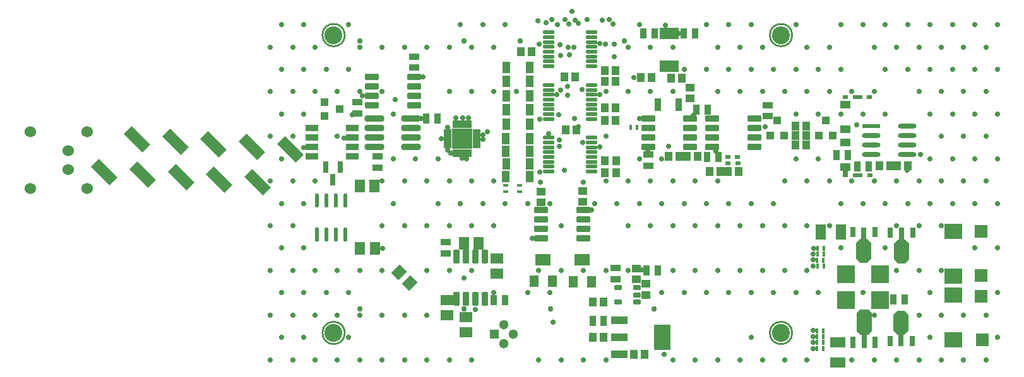
<source format=gbr>
%TF.GenerationSoftware,Altium Limited,Altium Designer,22.2.1 (43)*%
G04 Layer_Color=8388736*
%FSLAX45Y45*%
%MOMM*%
%TF.SameCoordinates,3546A09D-0AB3-465C-A5BE-671B47EBA127*%
%TF.FilePolarity,Negative*%
%TF.FileFunction,Soldermask,Top*%
%TF.Part,Single*%
G01*
G75*
%TA.AperFunction,NonConductor*%
%ADD11C,0.25400*%
%TA.AperFunction,SMDPad,CuDef*%
%ADD12R,2.33000X1.99000*%
%ADD16R,0.35000X0.65000*%
%ADD17R,2.13000X1.42000*%
%ADD25R,0.95000X1.35000*%
%ADD28R,1.35000X0.95000*%
%ADD31R,1.30000X1.60000*%
%ADD32R,2.00000X1.60000*%
G04:AMPARAMS|DCode=34|XSize=1.87407mm|YSize=0.54213mm|CornerRadius=0.27107mm|HoleSize=0mm|Usage=FLASHONLY|Rotation=90.000|XOffset=0mm|YOffset=0mm|HoleType=Round|Shape=RoundedRectangle|*
%AMROUNDEDRECTD34*
21,1,1.87407,0.00000,0,0,90.0*
21,1,1.33193,0.54213,0,0,90.0*
1,1,0.54213,0.00000,0.66597*
1,1,0.54213,0.00000,-0.66597*
1,1,0.54213,0.00000,-0.66597*
1,1,0.54213,0.00000,0.66597*
%
%ADD34ROUNDEDRECTD34*%
%ADD35R,0.54213X1.87407*%
G04:AMPARAMS|DCode=36|XSize=1.45mm|YSize=3.5mm|CornerRadius=0mm|HoleSize=0mm|Usage=FLASHONLY|Rotation=45.000|XOffset=0mm|YOffset=0mm|HoleType=Round|Shape=Rectangle|*
%AMROTATEDRECTD36*
4,1,4,0.72479,-1.75009,-1.75009,0.72479,-0.72479,1.75009,1.75009,-0.72479,0.72479,-1.75009,0.0*
%
%ADD36ROTATEDRECTD36*%

%ADD38R,1.42000X2.13000*%
%ADD39R,0.65000X0.35000*%
%ADD44R,2.46916X0.62213*%
G04:AMPARAMS|DCode=45|XSize=2.46916mm|YSize=0.62213mm|CornerRadius=0.31107mm|HoleSize=0mm|Usage=FLASHONLY|Rotation=0.000|XOffset=0mm|YOffset=0mm|HoleType=Round|Shape=RoundedRectangle|*
%AMROUNDEDRECTD45*
21,1,2.46916,0.00000,0,0,0.0*
21,1,1.84702,0.62213,0,0,0.0*
1,1,0.62213,0.92351,0.00000*
1,1,0.62213,-0.92351,0.00000*
1,1,0.62213,-0.92351,0.00000*
1,1,0.62213,0.92351,0.00000*
%
%ADD45ROUNDEDRECTD45*%
G04:AMPARAMS|DCode=47|XSize=1.5mm|YSize=0.45mm|CornerRadius=0.0495mm|HoleSize=0mm|Usage=FLASHONLY|Rotation=180.000|XOffset=0mm|YOffset=0mm|HoleType=Round|Shape=RoundedRectangle|*
%AMROUNDEDRECTD47*
21,1,1.50000,0.35100,0,0,180.0*
21,1,1.40100,0.45000,0,0,180.0*
1,1,0.09900,-0.70050,0.17550*
1,1,0.09900,0.70050,0.17550*
1,1,0.09900,0.70050,-0.17550*
1,1,0.09900,-0.70050,-0.17550*
%
%ADD47ROUNDEDRECTD47*%
%ADD48R,1.00000X1.50000*%
%ADD56R,0.95000X1.70000*%
%TA.AperFunction,ComponentPad*%
%ADD64R,1.30000X1.30000*%
%ADD65C,1.30000*%
%TA.AperFunction,SMDPad,CuDef*%
%ADD76R,1.40320X1.65320*%
%TA.AperFunction,ComponentPad*%
%ADD77R,1.70320X1.70320*%
%ADD78C,0.75311*%
%ADD79C,2.40309*%
%ADD80C,1.52400*%
%TA.AperFunction,ViaPad*%
%ADD81C,0.70320*%
%TA.AperFunction,SMDPad,CuDef*%
%ADD87R,0.70320X1.40320*%
%ADD88R,0.70320X1.80320*%
G04:AMPARAMS|DCode=89|XSize=2.0032mm|YSize=3.2032mm|CornerRadius=0mm|HoleSize=0mm|Usage=FLASHONLY|Rotation=180.000|XOffset=0mm|YOffset=0mm|HoleType=Round|Shape=Octagon|*
%AMOCTAGOND89*
4,1,8,0.50080,-1.60160,-0.50080,-1.60160,-1.00160,-1.10080,-1.00160,1.10080,-0.50080,1.60160,0.50080,1.60160,1.00160,1.10080,1.00160,-1.10080,0.50080,-1.60160,0.0*
%
%ADD89OCTAGOND89*%

%ADD90R,0.80320X1.60320*%
%ADD91R,0.80320X2.00320*%
G04:AMPARAMS|DCode=92|XSize=2.1032mm|YSize=3.4032mm|CornerRadius=0mm|HoleSize=0mm|Usage=FLASHONLY|Rotation=180.000|XOffset=0mm|YOffset=0mm|HoleType=Round|Shape=Octagon|*
%AMOCTAGOND92*
4,1,8,0.52580,-1.70160,-0.52580,-1.70160,-1.05160,-1.17580,-1.05160,1.17580,-0.52580,1.70160,0.52580,1.70160,1.05160,1.17580,1.05160,-1.17580,0.52580,-1.70160,0.0*
%
%ADD92OCTAGOND92*%

%ADD93R,2.40320X2.35320*%
G04:AMPARAMS|DCode=94|XSize=0.7532mm|YSize=1.0032mm|CornerRadius=0.1511mm|HoleSize=0mm|Usage=FLASHONLY|Rotation=270.000|XOffset=0mm|YOffset=0mm|HoleType=Round|Shape=RoundedRectangle|*
%AMROUNDEDRECTD94*
21,1,0.75320,0.70100,0,0,270.0*
21,1,0.45100,1.00320,0,0,270.0*
1,1,0.30220,-0.35050,-0.22550*
1,1,0.30220,-0.35050,0.22550*
1,1,0.30220,0.35050,0.22550*
1,1,0.30220,0.35050,-0.22550*
%
%ADD94ROUNDEDRECTD94*%
%ADD95R,1.10320X1.25320*%
%ADD96R,1.25320X1.10320*%
%ADD97R,2.30320X3.40320*%
%ADD98R,2.30320X1.10320*%
%ADD99O,2.70320X0.90320*%
G04:AMPARAMS|DCode=100|XSize=0.8532mm|YSize=1.8532mm|CornerRadius=0.15035mm|HoleSize=0mm|Usage=FLASHONLY|Rotation=90.000|XOffset=0mm|YOffset=0mm|HoleType=Round|Shape=RoundedRectangle|*
%AMROUNDEDRECTD100*
21,1,0.85320,1.55250,0,0,90.0*
21,1,0.55250,1.85320,0,0,90.0*
1,1,0.30070,0.77625,0.27625*
1,1,0.30070,0.77625,-0.27625*
1,1,0.30070,-0.77625,-0.27625*
1,1,0.30070,-0.77625,0.27625*
%
%ADD100ROUNDEDRECTD100*%
%ADD101R,0.50320X1.60320*%
G04:AMPARAMS|DCode=102|XSize=0.8532mm|YSize=1.8532mm|CornerRadius=0.15035mm|HoleSize=0mm|Usage=FLASHONLY|Rotation=180.000|XOffset=0mm|YOffset=0mm|HoleType=Round|Shape=RoundedRectangle|*
%AMROUNDEDRECTD102*
21,1,0.85320,1.55250,0,0,180.0*
21,1,0.55250,1.85320,0,0,180.0*
1,1,0.30070,-0.27625,0.77625*
1,1,0.30070,0.27625,0.77625*
1,1,0.30070,0.27625,-0.77625*
1,1,0.30070,-0.27625,-0.77625*
%
%ADD102ROUNDEDRECTD102*%
%ADD103R,1.65320X1.40320*%
%ADD104R,0.68320X0.60320*%
%ADD105R,1.42320X1.11320*%
%ADD106R,1.00320X1.10320*%
%ADD107R,0.80320X1.50320*%
G04:AMPARAMS|DCode=108|XSize=1.6532mm|YSize=1.4032mm|CornerRadius=0mm|HoleSize=0mm|Usage=FLASHONLY|Rotation=225.000|XOffset=0mm|YOffset=0mm|HoleType=Round|Shape=Rectangle|*
%AMROTATEDRECTD108*
4,1,4,0.08839,1.08060,1.08060,0.08839,-0.08839,-1.08060,-1.08060,-0.08839,0.08839,1.08060,0.0*
%
%ADD108ROTATEDRECTD108*%

%ADD109R,2.80320X2.80320*%
%ADD110R,0.50320X1.05320*%
%ADD111R,1.05320X0.50320*%
%ADD112R,1.10320X1.00320*%
%ADD113R,1.72820X0.85320*%
D11*
X6800024Y3160008D02*
G03*
X6800024Y3160008I-150012J0D01*
G01*
Y7160000D02*
G03*
X6800024Y7160000I-150012J0D01*
G01*
X12800012D02*
G03*
X12800012Y7160000I-150012J0D01*
G01*
Y3160008D02*
G03*
X12800012Y3160008I-150012J0D01*
G01*
D12*
X14959999Y3672001D02*
D03*
X14960001Y3070000D02*
D03*
X14959999Y3919000D02*
D03*
X14959999Y4521001D02*
D03*
D16*
X13212500Y2950000D02*
D03*
X13127499D02*
D03*
X13212500Y3030000D02*
D03*
X13127499D02*
D03*
X13212500Y3110000D02*
D03*
X13127499D02*
D03*
X13212500Y3190000D02*
D03*
X13127499D02*
D03*
X13222501Y4060000D02*
D03*
X13137500D02*
D03*
X13218694Y4138205D02*
D03*
X13133693D02*
D03*
X13222501Y4220000D02*
D03*
X13137500D02*
D03*
X13225168Y4299225D02*
D03*
X13140169D02*
D03*
X10629768Y5917849D02*
D03*
X10714769D02*
D03*
D17*
X13410001Y2760000D02*
D03*
Y3029999D02*
D03*
D25*
X10845000Y4000000D02*
D03*
X10995000Y4000000D02*
D03*
X10122858Y3324338D02*
D03*
X10272858D02*
D03*
X14155000Y3610000D02*
D03*
X14305000D02*
D03*
X8040268Y6038868D02*
D03*
X7890268D02*
D03*
X10955000Y7180000D02*
D03*
X10805000D02*
D03*
X11495000D02*
D03*
X11345000D02*
D03*
X13675000Y5400000D02*
D03*
X13825000D02*
D03*
X8945000Y3600000D02*
D03*
X8795000D02*
D03*
X11665186Y6158475D02*
D03*
X11515186D02*
D03*
X13545000Y5550000D02*
D03*
X13395000D02*
D03*
X11810000Y5520000D02*
D03*
X11660000D02*
D03*
D28*
X7726783Y6871347D02*
D03*
Y6721346D02*
D03*
X6970000Y6260000D02*
D03*
Y6110000D02*
D03*
X10431716Y3881619D02*
D03*
X10431716Y4031620D02*
D03*
X12470000Y6070000D02*
D03*
Y6220000D02*
D03*
X7240000Y5530000D02*
D03*
Y5380000D02*
D03*
X8150000Y4230000D02*
D03*
Y4380000D02*
D03*
X10870000Y5555000D02*
D03*
Y5405000D02*
D03*
D31*
X9335400Y3855400D02*
D03*
X9585400D02*
D03*
X9860000Y3850000D02*
D03*
X10110000D02*
D03*
D32*
X9460400Y4145400D02*
D03*
X9985000Y4140000D02*
D03*
D34*
X6429500Y4941607D02*
D03*
X6556500D02*
D03*
X6683500D02*
D03*
X6810500D02*
D03*
Y4478393D02*
D03*
X6683500D02*
D03*
X6556500D02*
D03*
D35*
X6429500D02*
D03*
D36*
X4602642Y5250768D02*
D03*
X5041048Y5689174D02*
D03*
X4087466Y5284867D02*
D03*
X4525872Y5723273D02*
D03*
X5117818Y5216668D02*
D03*
X5556224Y5655074D02*
D03*
X5632994Y5182569D02*
D03*
X6071400Y5620975D02*
D03*
X4010697Y5757372D02*
D03*
X3572291Y5318966D02*
D03*
D38*
X13185709Y4512422D02*
D03*
X13455708Y4512421D02*
D03*
D39*
X9140000Y5142500D02*
D03*
Y5057500D02*
D03*
X8960000D02*
D03*
Y5142500D02*
D03*
D44*
X13857700Y5935660D02*
D03*
D45*
Y5808660D02*
D03*
Y5681660D02*
D03*
Y5554660D02*
D03*
X14340421D02*
D03*
Y5681660D02*
D03*
Y5808660D02*
D03*
Y5935660D02*
D03*
D47*
X10110303Y6741202D02*
D03*
Y6806202D02*
D03*
Y6871202D02*
D03*
Y6936202D02*
D03*
Y7001202D02*
D03*
Y7066202D02*
D03*
Y7131202D02*
D03*
Y7196202D02*
D03*
X9530303D02*
D03*
Y7131202D02*
D03*
Y7066202D02*
D03*
Y7001202D02*
D03*
Y6936202D02*
D03*
Y6871202D02*
D03*
Y6806202D02*
D03*
Y6741202D02*
D03*
X10110303Y5327269D02*
D03*
Y5392269D02*
D03*
Y5457269D02*
D03*
Y5522269D02*
D03*
Y5587269D02*
D03*
Y5652269D02*
D03*
Y5717269D02*
D03*
Y5782269D02*
D03*
X9530303D02*
D03*
Y5717269D02*
D03*
Y5652269D02*
D03*
Y5587269D02*
D03*
Y5522269D02*
D03*
Y5457269D02*
D03*
Y5392269D02*
D03*
Y5327269D02*
D03*
X10110303Y6034235D02*
D03*
Y6099235D02*
D03*
Y6164235D02*
D03*
Y6229235D02*
D03*
Y6294235D02*
D03*
Y6359235D02*
D03*
Y6424235D02*
D03*
Y6489235D02*
D03*
X9530303D02*
D03*
Y6424235D02*
D03*
Y6359235D02*
D03*
Y6294235D02*
D03*
Y6229235D02*
D03*
Y6164235D02*
D03*
Y6099235D02*
D03*
Y6034235D02*
D03*
D48*
X9277515Y5261438D02*
D03*
X8957515D02*
D03*
X9280613Y5599093D02*
D03*
X8960613D02*
D03*
X9281173Y5764910D02*
D03*
X8961173D02*
D03*
X9281803Y5965402D02*
D03*
X8961803D02*
D03*
X9281803Y6155902D02*
D03*
X8961803D02*
D03*
X9281803Y6346402D02*
D03*
X8961803D02*
D03*
X9281803Y6727402D02*
D03*
X8961803D02*
D03*
X9281803Y6536902D02*
D03*
X8961803D02*
D03*
X9282677Y5430782D02*
D03*
X8962677D02*
D03*
D56*
X10999960Y6227760D02*
D03*
X11279960D02*
D03*
D64*
X8803160Y3141660D02*
D03*
D65*
X9057160D02*
D03*
X8930160Y3268660D02*
D03*
Y3014660D02*
D03*
D76*
X7202361Y4294198D02*
D03*
X7002361D02*
D03*
X7200000Y5130000D02*
D03*
X7000000D02*
D03*
X8396760Y4360860D02*
D03*
X8596760D02*
D03*
D77*
X15350000Y3070000D02*
D03*
X15330000Y3930000D02*
D03*
Y4520000D02*
D03*
Y3650000D02*
D03*
D78*
X10545001Y7085019D02*
D03*
X9155011D02*
D03*
X8395018D02*
D03*
X7005003D02*
D03*
X10945025Y3485001D02*
D03*
X9555010D02*
D03*
X8395018D02*
D03*
X7005003D02*
D03*
D79*
X6650012Y7160000D02*
D03*
Y3160008D02*
D03*
X12650000D02*
D03*
Y7160000D02*
D03*
D80*
X3341000Y5099000D02*
D03*
X2579000D02*
D03*
Y5861000D02*
D03*
X3341000D02*
D03*
X3087000Y5353000D02*
D03*
X3087000Y5607000D02*
D03*
D81*
X9887660Y7359283D02*
D03*
X9850000Y7480000D02*
D03*
X15549995Y7299998D02*
D03*
X15399995Y6999998D02*
D03*
X15549995Y6699998D02*
D03*
X15399995Y6399998D02*
D03*
X15549995Y6099998D02*
D03*
X15399995Y5799998D02*
D03*
X15549995Y5499998D02*
D03*
X15399995Y5199998D02*
D03*
X15549995Y4899999D02*
D03*
Y4299999D02*
D03*
Y3699999D02*
D03*
X15399995Y3399999D02*
D03*
X15549995Y3099999D02*
D03*
X15399995Y2799999D02*
D03*
X15249995Y7299998D02*
D03*
X15099995Y6999998D02*
D03*
X15249995Y6699998D02*
D03*
X15099995Y6399998D02*
D03*
X15249995Y6099998D02*
D03*
X15099995Y5799998D02*
D03*
X15249995Y5499998D02*
D03*
X15099995Y5199998D02*
D03*
X15249995Y4899999D02*
D03*
Y4299999D02*
D03*
X15099995Y3399999D02*
D03*
Y2799999D02*
D03*
X14949995Y7299998D02*
D03*
X14799995Y6999998D02*
D03*
X14949995Y6699998D02*
D03*
X14799995Y6399998D02*
D03*
X14949995Y6099998D02*
D03*
X14799995Y5799998D02*
D03*
X14949995Y5499998D02*
D03*
X14799995Y5199998D02*
D03*
X14949995Y4899999D02*
D03*
X14799995Y4599999D02*
D03*
Y3999999D02*
D03*
Y3399999D02*
D03*
Y2799999D02*
D03*
X14649995Y7299998D02*
D03*
X14499995Y6999998D02*
D03*
X14649995Y6699998D02*
D03*
X14499995Y6399998D02*
D03*
X14649995Y6099998D02*
D03*
Y5499998D02*
D03*
X14499995Y5199998D02*
D03*
X14649995Y4899999D02*
D03*
X14499995Y4599999D02*
D03*
Y3999999D02*
D03*
X14649995Y3699999D02*
D03*
X14499995Y3399999D02*
D03*
X14649995Y3099999D02*
D03*
X14499995Y2799999D02*
D03*
X14349995Y7299998D02*
D03*
X14199995Y6999998D02*
D03*
X14349995Y6699998D02*
D03*
X14199995Y5199998D02*
D03*
X14349995Y4899999D02*
D03*
X14199995Y4599999D02*
D03*
Y3999999D02*
D03*
Y2799999D02*
D03*
X14049995Y7299998D02*
D03*
X13899995Y6999998D02*
D03*
X14049995Y6699998D02*
D03*
X13899995Y6399998D02*
D03*
X14049995Y6099998D02*
D03*
X13899995Y5199998D02*
D03*
X14049995Y4899999D02*
D03*
Y4299999D02*
D03*
X13899995Y3399999D02*
D03*
Y2799999D02*
D03*
X13749995Y7299998D02*
D03*
X13599995Y6399998D02*
D03*
X13749995Y6099998D02*
D03*
X13599995Y5199998D02*
D03*
X13749995Y4899999D02*
D03*
Y3699999D02*
D03*
X13599995Y2799999D02*
D03*
X13449995Y7299998D02*
D03*
X13299995Y6999998D02*
D03*
X13449995Y6699998D02*
D03*
X13299995Y6399998D02*
D03*
X13449995Y6099998D02*
D03*
X13299995Y5199998D02*
D03*
X13449995Y4899999D02*
D03*
X13299995Y4599999D02*
D03*
X13449995Y4299999D02*
D03*
X12999995Y6999998D02*
D03*
X13149995Y6699998D02*
D03*
X12999995Y6399998D02*
D03*
X13149995Y6099998D02*
D03*
Y5499998D02*
D03*
X12999995Y5199998D02*
D03*
Y4599999D02*
D03*
Y3999999D02*
D03*
X13149995Y3699999D02*
D03*
X12999995Y2799999D02*
D03*
X12849995Y7299998D02*
D03*
Y6699998D02*
D03*
X12699996Y6399998D02*
D03*
X12849995Y6099998D02*
D03*
Y5499998D02*
D03*
X12699996Y5199998D02*
D03*
Y4599999D02*
D03*
Y3999999D02*
D03*
X12849995Y3699999D02*
D03*
X12699996Y2799999D02*
D03*
X12399996Y6999998D02*
D03*
X12549996Y6699998D02*
D03*
X12399996Y6399998D02*
D03*
X12549996Y4899999D02*
D03*
X12399996Y4599999D02*
D03*
Y3999999D02*
D03*
X12549996Y3699999D02*
D03*
X12399996Y2799999D02*
D03*
X12249996Y7299998D02*
D03*
X12099996Y6999998D02*
D03*
X12249996Y6699998D02*
D03*
X12099996Y6399998D02*
D03*
X12249996Y4899999D02*
D03*
X12099996Y4599999D02*
D03*
Y3999999D02*
D03*
X12249996Y3699999D02*
D03*
Y3099999D02*
D03*
X12099996Y2799999D02*
D03*
X11949996Y7299998D02*
D03*
X11799996Y6999998D02*
D03*
X11949996Y6699998D02*
D03*
X11799996Y6399998D02*
D03*
Y5199998D02*
D03*
X11949996Y4899999D02*
D03*
X11799996Y4599999D02*
D03*
Y3999999D02*
D03*
X11949996Y3699999D02*
D03*
X11799996Y2799999D02*
D03*
X11649997Y7299998D02*
D03*
Y6699998D02*
D03*
X11499997Y5199998D02*
D03*
X11649997Y4899999D02*
D03*
X11499997Y4599999D02*
D03*
Y3999999D02*
D03*
X11649997Y3699999D02*
D03*
X11499997Y2799999D02*
D03*
X11199997Y6999998D02*
D03*
X11349997Y6699998D02*
D03*
X11199997Y6399998D02*
D03*
Y5199998D02*
D03*
X11349997Y4899999D02*
D03*
X11199997Y4599999D02*
D03*
Y3999999D02*
D03*
X11349997Y3699999D02*
D03*
X11199997Y2799999D02*
D03*
X10899997Y6999998D02*
D03*
Y6399998D02*
D03*
X11049997Y5499998D02*
D03*
X10899997Y5199998D02*
D03*
X11049997Y4899999D02*
D03*
X10899997Y4599999D02*
D03*
X11049997Y3699999D02*
D03*
X10749997Y7299998D02*
D03*
X10599997Y6999998D02*
D03*
Y6399998D02*
D03*
X10749997Y5499998D02*
D03*
X10599997Y5199998D02*
D03*
X10749997Y4899999D02*
D03*
X10599997Y4599999D02*
D03*
Y3999999D02*
D03*
X10299997Y6399998D02*
D03*
Y5799998D02*
D03*
Y5199998D02*
D03*
X10449997Y4899999D02*
D03*
X10299997Y3999999D02*
D03*
Y2799999D02*
D03*
X10149997Y4899999D02*
D03*
X9999997Y3999999D02*
D03*
Y2799999D02*
D03*
X9699997Y4599999D02*
D03*
Y3999999D02*
D03*
Y2799999D02*
D03*
X9549997Y4899999D02*
D03*
X9399997Y3999999D02*
D03*
X9549997Y3699999D02*
D03*
X9399997Y2799999D02*
D03*
X9099997Y6399998D02*
D03*
X9249997Y4899999D02*
D03*
Y3699999D02*
D03*
X8949997Y7299998D02*
D03*
X8799997Y6999998D02*
D03*
Y6399998D02*
D03*
Y5199998D02*
D03*
X8949997Y4899999D02*
D03*
X8799997Y4599999D02*
D03*
X8649997Y7299998D02*
D03*
X8499997Y6999998D02*
D03*
Y6399998D02*
D03*
Y5199998D02*
D03*
X8649997Y4899999D02*
D03*
X8499997Y4599999D02*
D03*
Y3999999D02*
D03*
Y2799999D02*
D03*
X8349998Y7299998D02*
D03*
X8199998Y6999998D02*
D03*
Y6399998D02*
D03*
Y5199998D02*
D03*
X8349998Y4899999D02*
D03*
X8199998Y4599999D02*
D03*
Y3999999D02*
D03*
Y2799999D02*
D03*
X7899998Y6999998D02*
D03*
X8049998Y5499998D02*
D03*
X7899998Y5199998D02*
D03*
X8049998Y4899999D02*
D03*
X7899998Y4599999D02*
D03*
Y3999999D02*
D03*
Y3399999D02*
D03*
Y2799999D02*
D03*
X7599998Y6999998D02*
D03*
X7749998Y5499998D02*
D03*
X7599998Y5199998D02*
D03*
Y4599999D02*
D03*
Y3399999D02*
D03*
Y2799999D02*
D03*
X7299998Y6999998D02*
D03*
Y6399998D02*
D03*
X7449998Y6099998D02*
D03*
Y5499998D02*
D03*
X7299998Y5199998D02*
D03*
X7449998Y4899999D02*
D03*
X7299998Y4599999D02*
D03*
Y3999999D02*
D03*
Y3399999D02*
D03*
Y2799999D02*
D03*
X6999998Y6999998D02*
D03*
Y6399998D02*
D03*
Y3999999D02*
D03*
Y3399999D02*
D03*
Y2799999D02*
D03*
X6849998Y7299998D02*
D03*
Y6699998D02*
D03*
X6699998Y6399998D02*
D03*
Y5799998D02*
D03*
Y3999999D02*
D03*
X6849998Y3699999D02*
D03*
X6699998Y3399999D02*
D03*
X6849998Y3099999D02*
D03*
X6699998Y2799999D02*
D03*
X6399998Y6999998D02*
D03*
X6549998Y6699998D02*
D03*
X6399998Y6399998D02*
D03*
Y5199998D02*
D03*
Y3999999D02*
D03*
X6549998Y3699999D02*
D03*
X6399998Y3399999D02*
D03*
Y2799999D02*
D03*
X6249998Y7299998D02*
D03*
X6099998Y6999998D02*
D03*
X6249998Y6699998D02*
D03*
X6099998Y6399998D02*
D03*
X6249998Y6099998D02*
D03*
X6099998Y5799998D02*
D03*
Y5199998D02*
D03*
X6249998Y4899999D02*
D03*
X6099998Y4599999D02*
D03*
X6249998Y4299999D02*
D03*
X6099998Y3999999D02*
D03*
X6249998Y3699999D02*
D03*
X6099998Y3399999D02*
D03*
X6249998Y3099999D02*
D03*
X6099998Y2799999D02*
D03*
X5949998Y7299998D02*
D03*
X5799998Y6999998D02*
D03*
X5949998Y6699998D02*
D03*
X5799998Y6399998D02*
D03*
X5949998Y6099998D02*
D03*
X5799998Y5799998D02*
D03*
X5949998Y5499998D02*
D03*
X5799998Y5199998D02*
D03*
X5949998Y4899999D02*
D03*
X5799998Y4599999D02*
D03*
X5949998Y4299999D02*
D03*
X5799998Y3999999D02*
D03*
X5949998Y3699999D02*
D03*
X5799998Y3399999D02*
D03*
X5949998Y3099999D02*
D03*
X5799998Y2799999D02*
D03*
X7472203Y6296624D02*
D03*
X6902204Y6086624D02*
D03*
X9670000Y6090000D02*
D03*
X9742204Y5346624D02*
D03*
X9790963Y6352684D02*
D03*
X9880000Y6040000D02*
D03*
X9932204Y5926624D02*
D03*
X8431860Y5499848D02*
D03*
X13080000Y4217300D02*
D03*
X13083807Y4057883D02*
D03*
X9410000Y7040000D02*
D03*
X11080000Y2870000D02*
D03*
X10776223Y4011643D02*
D03*
X9310000Y4430000D02*
D03*
X10110000Y4810000D02*
D03*
X13668077Y5956353D02*
D03*
X13516223Y5321643D02*
D03*
X10106223Y3851643D02*
D03*
X9596223Y3301643D02*
D03*
X12436223Y5931643D02*
D03*
X8650000Y5757460D02*
D03*
Y5820160D02*
D03*
X8090000Y5770000D02*
D03*
X9680000Y5670000D02*
D03*
X11476223Y6081643D02*
D03*
X11776223Y5601643D02*
D03*
X10866223Y5611643D02*
D03*
X11280000Y7180000D02*
D03*
X11096223Y7291643D02*
D03*
X7850000Y6600000D02*
D03*
X7825642Y6036936D02*
D03*
X6790000Y5780000D02*
D03*
X7306223Y4291643D02*
D03*
X8800000Y3700000D02*
D03*
X13086475Y4292131D02*
D03*
X13080000Y4141643D02*
D03*
X7290000Y5780000D02*
D03*
X6250000Y5650000D02*
D03*
X7036775Y6343703D02*
D03*
X13080000Y2950000D02*
D03*
Y3031643D02*
D03*
Y3191643D02*
D03*
Y3111643D02*
D03*
X8550000Y3470000D02*
D03*
X9530000Y5840000D02*
D03*
X9680000Y5750000D02*
D03*
X9390000Y7350000D02*
D03*
X9500411Y7329675D02*
D03*
X9655057Y7305343D02*
D03*
X9575664Y7368502D02*
D03*
X8220000Y5570000D02*
D03*
X8180000Y5620000D02*
D03*
X8709368Y5864951D02*
D03*
X8180000Y5920000D02*
D03*
X8460000Y6050000D02*
D03*
X8290031Y6050360D02*
D03*
X8380000Y6050000D02*
D03*
X9750000Y7370000D02*
D03*
X10049368D02*
D03*
X10249768Y7360400D02*
D03*
X9931996Y7314947D02*
D03*
X10222869Y7045274D02*
D03*
X10299362Y7040638D02*
D03*
X10410000Y7042315D02*
D03*
X10410400Y6870000D02*
D03*
X10680168Y6590000D02*
D03*
X9990000Y5720000D02*
D03*
X14520000Y5560000D02*
D03*
X9795638Y6994362D02*
D03*
X9872303Y6994874D02*
D03*
X9690400Y6889124D02*
D03*
X9814362Y6893562D02*
D03*
X9687775Y7029051D02*
D03*
X10222204Y5656624D02*
D03*
X10220000Y6360000D02*
D03*
X9640000D02*
D03*
X9690400Y6420000D02*
D03*
X8369368Y5504951D02*
D03*
X9790000Y6470400D02*
D03*
X9800400Y7310000D02*
D03*
X10349368Y7370000D02*
D03*
X10399768Y7310000D02*
D03*
X9999368Y5184951D02*
D03*
X9419368D02*
D03*
X9417500Y6030000D02*
D03*
X9980000Y6430000D02*
D03*
X10750000Y6040000D02*
D03*
X11140000Y5670000D02*
D03*
X9418515Y5323230D02*
D03*
X14345349Y5343309D02*
D03*
X8400000Y3900000D02*
D03*
D87*
X14109999Y3050000D02*
D03*
X14410001D02*
D03*
X13611502Y4513491D02*
D03*
X13911502D02*
D03*
X14114790Y4506393D02*
D03*
X14414790Y4506393D02*
D03*
D88*
X14260001Y3070000D02*
D03*
X13761502Y4493490D02*
D03*
X14264790Y4486393D02*
D03*
D89*
X14260001Y3300000D02*
D03*
X13761502Y4263490D02*
D03*
X14264790Y4256393D02*
D03*
D90*
X13614030Y3035584D02*
D03*
X13914030Y3035583D02*
D03*
D91*
X13764030Y3055583D02*
D03*
D92*
X13764030Y3305583D02*
D03*
D93*
X13522501Y3600000D02*
D03*
X13977499Y3600000D02*
D03*
Y3950000D02*
D03*
X13522501Y3950000D02*
D03*
D94*
X10461716Y3576619D02*
D03*
Y3766620D02*
D03*
X10716716Y3766619D02*
D03*
Y3671619D02*
D03*
X10716716Y3576619D02*
D03*
D95*
X10272500Y3580000D02*
D03*
X10127500D02*
D03*
X10269912Y3103835D02*
D03*
X10124911D02*
D03*
X10822500Y2870000D02*
D03*
X10677500Y2870000D02*
D03*
X11322432Y6582219D02*
D03*
X11177432D02*
D03*
X10767500Y6590000D02*
D03*
X10912500D02*
D03*
X14111760Y5402260D02*
D03*
X13966760D02*
D03*
X14349361D02*
D03*
X14204359D02*
D03*
X12990460Y5681660D02*
D03*
X12845461D02*
D03*
X12990460Y5935660D02*
D03*
X12845461D02*
D03*
X12990460Y5808660D02*
D03*
X12845461D02*
D03*
X11838460Y5326060D02*
D03*
X11693460D02*
D03*
X12079760D02*
D03*
X11934760D02*
D03*
X11388660Y5529260D02*
D03*
X11533660D02*
D03*
X11139960D02*
D03*
X11284960D02*
D03*
X10435000Y5470000D02*
D03*
X10290000D02*
D03*
X10435000Y5310000D02*
D03*
X10290000D02*
D03*
X10432500Y6180000D02*
D03*
X10287500D02*
D03*
X10433112Y6015913D02*
D03*
X10288113D02*
D03*
X10287500Y6680000D02*
D03*
X10432500D02*
D03*
X9162460Y6938960D02*
D03*
X9307460D02*
D03*
X9891660Y6596060D02*
D03*
X9746660D02*
D03*
X10431616Y6542081D02*
D03*
X10286616D02*
D03*
X9759360Y5884860D02*
D03*
X9904360D02*
D03*
D96*
X10838680Y3817865D02*
D03*
Y3672866D02*
D03*
X10711716Y4021620D02*
D03*
Y3876619D02*
D03*
X9435000Y4914800D02*
D03*
Y5059800D02*
D03*
X9993800Y4918500D02*
D03*
Y5063500D02*
D03*
X11432060Y6307660D02*
D03*
Y6452660D02*
D03*
D97*
X11054499Y3100064D02*
D03*
D98*
X10484499Y2870064D02*
D03*
Y3100064D02*
D03*
Y3330064D02*
D03*
D99*
X7199260Y6037260D02*
D03*
Y5910260D02*
D03*
Y5783260D02*
D03*
Y5656260D02*
D03*
X7689260Y6037260D02*
D03*
Y5910260D02*
D03*
Y5783260D02*
D03*
Y5656260D02*
D03*
D100*
X9996900Y4432200D02*
D03*
Y4559200D02*
D03*
Y4686200D02*
D03*
Y4813200D02*
D03*
X9431900Y4432200D02*
D03*
Y4559200D02*
D03*
Y4686200D02*
D03*
Y4813200D02*
D03*
X7161760Y6596060D02*
D03*
Y6469060D02*
D03*
Y6342060D02*
D03*
Y6215060D02*
D03*
X7726760Y6596060D02*
D03*
Y6469060D02*
D03*
Y6342060D02*
D03*
Y6215060D02*
D03*
X12292500Y5659500D02*
D03*
Y5786500D02*
D03*
Y5913500D02*
D03*
Y6040500D02*
D03*
X11727500Y5659500D02*
D03*
Y5786500D02*
D03*
Y5913500D02*
D03*
Y6040500D02*
D03*
X11432053Y5660351D02*
D03*
Y5787351D02*
D03*
Y5914351D02*
D03*
Y6041351D02*
D03*
X10867053Y5660351D02*
D03*
Y5787351D02*
D03*
Y5914351D02*
D03*
Y6041351D02*
D03*
D101*
X11050000Y6740000D02*
D03*
X11100000D02*
D03*
X11150000D02*
D03*
X11200000D02*
D03*
X11250000D02*
D03*
Y7180000D02*
D03*
X11200000D02*
D03*
X11150000D02*
D03*
X11100000D02*
D03*
X11050000D02*
D03*
D102*
X8674000Y4185000D02*
D03*
X8547000D02*
D03*
X8420000D02*
D03*
X8293000D02*
D03*
X8674000Y3620000D02*
D03*
X8547000D02*
D03*
X8420000D02*
D03*
X8293000D02*
D03*
D103*
X8168160Y3598860D02*
D03*
Y3398860D02*
D03*
X8841260Y4156060D02*
D03*
Y3956060D02*
D03*
X8420000Y3170000D02*
D03*
Y3370000D02*
D03*
D104*
X13709042Y5275379D02*
D03*
X13841043D02*
D03*
X13516049Y5274704D02*
D03*
X13648048D02*
D03*
X13835204Y6330886D02*
D03*
X13703204D02*
D03*
X13647934Y6330872D02*
D03*
X13515935D02*
D03*
X12068217Y5523108D02*
D03*
X11936217D02*
D03*
X11937560Y5440360D02*
D03*
X12069560D02*
D03*
D105*
X13514861Y6226160D02*
D03*
Y5899160D02*
D03*
Y5718160D02*
D03*
Y5391160D02*
D03*
D106*
X13248160Y6011860D02*
D03*
X13343159Y5811860D02*
D03*
X13153160D02*
D03*
X12600460Y6010260D02*
D03*
X12695459Y5810260D02*
D03*
X12505460D02*
D03*
D107*
X6735000Y5385000D02*
D03*
X6545000D02*
D03*
X6640000Y5215000D02*
D03*
D108*
X7670711Y3829289D02*
D03*
X7529289Y3970711D02*
D03*
D109*
X8371360Y5770560D02*
D03*
D110*
X8271360Y5965560D02*
D03*
X8321360D02*
D03*
X8371360D02*
D03*
X8421360D02*
D03*
X8471360D02*
D03*
Y5575560D02*
D03*
X8421360D02*
D03*
X8371360D02*
D03*
X8321360D02*
D03*
X8271360D02*
D03*
D111*
X8566360Y5870560D02*
D03*
Y5820560D02*
D03*
Y5770560D02*
D03*
Y5720560D02*
D03*
Y5670560D02*
D03*
X8176360D02*
D03*
Y5720560D02*
D03*
Y5770560D02*
D03*
Y5820560D02*
D03*
Y5870560D02*
D03*
D112*
X6531460Y6260368D02*
D03*
Y6070368D02*
D03*
X6731460Y6165368D02*
D03*
D113*
X6902660Y5911368D02*
D03*
Y5784368D02*
D03*
Y5657368D02*
D03*
Y5530368D02*
D03*
X6360260D02*
D03*
Y5657368D02*
D03*
Y5784368D02*
D03*
Y5911368D02*
D03*
%TF.MD5,e2c054d837b25f4b5b2721c0589397d4*%
M02*

</source>
